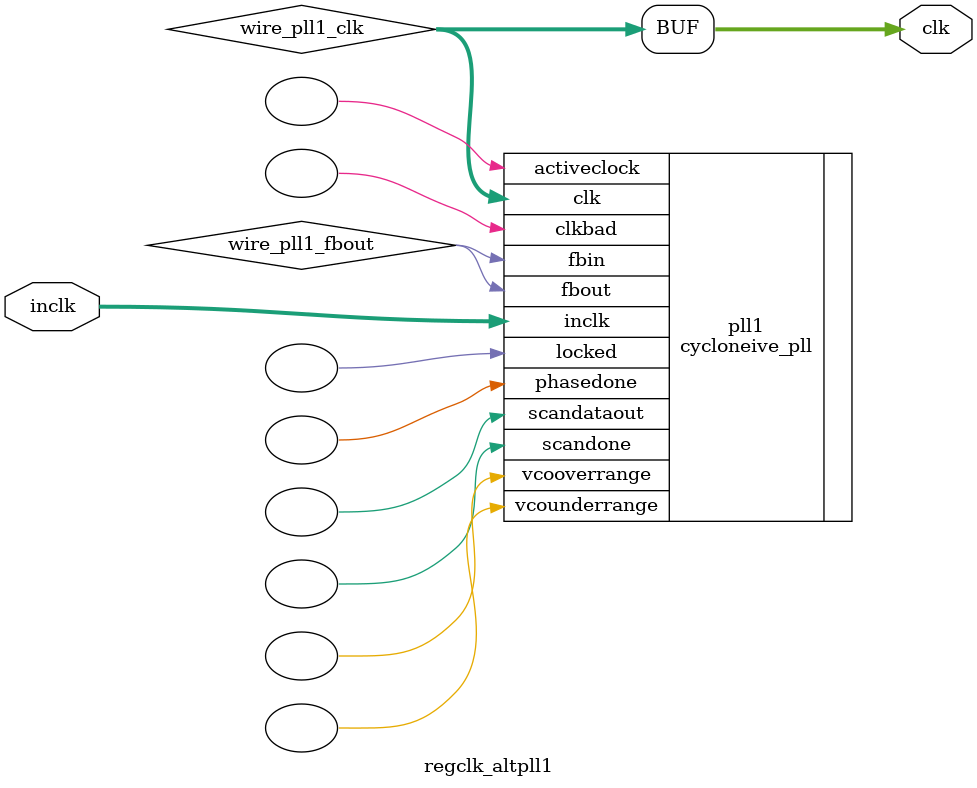
<source format=v>






//synthesis_resources = cycloneive_pll 1 
//synopsys translate_off
`timescale 1 ps / 1 ps
//synopsys translate_on
module  regclk_altpll1
	( 
	clk,
	inclk) /* synthesis synthesis_clearbox=1 */;
	output   [4:0]  clk;
	input   [1:0]  inclk;
`ifndef ALTERA_RESERVED_QIS
// synopsys translate_off
`endif
	tri0   [1:0]  inclk;
`ifndef ALTERA_RESERVED_QIS
// synopsys translate_on
`endif

	wire  [4:0]   wire_pll1_clk;
	wire  wire_pll1_fbout;

	cycloneive_pll   pll1
	( 
	.activeclock(),
	.clk(wire_pll1_clk),
	.clkbad(),
	.fbin(wire_pll1_fbout),
	.fbout(wire_pll1_fbout),
	.inclk(inclk),
	.locked(),
	.phasedone(),
	.scandataout(),
	.scandone(),
	.vcooverrange(),
	.vcounderrange()
	`ifndef FORMAL_VERIFICATION
	// synopsys translate_off
	`endif
	,
	.areset(1'b0),
	.clkswitch(1'b0),
	.configupdate(1'b0),
	.pfdena(1'b1),
	.phasecounterselect({3{1'b0}}),
	.phasestep(1'b0),
	.phaseupdown(1'b0),
	.scanclk(1'b0),
	.scanclkena(1'b1),
	.scandata(1'b0)
	`ifndef FORMAL_VERIFICATION
	// synopsys translate_on
	`endif
	);
	defparam
		pll1.bandwidth_type = "auto",
		pll1.clk0_divide_by = 1,
		pll1.clk0_duty_cycle = 50,
		pll1.clk0_multiply_by = 4,
		pll1.clk0_phase_shift = "0",
		pll1.compensate_clock = "clk0",
		pll1.inclk0_input_frequency = 50000,
		pll1.operation_mode = "normal",
		pll1.pll_type = "auto",
		pll1.lpm_type = "cycloneive_pll";
	assign
		clk = {wire_pll1_clk[4:0]};
endmodule //regclk_altpll1
//VALID FILE

</source>
